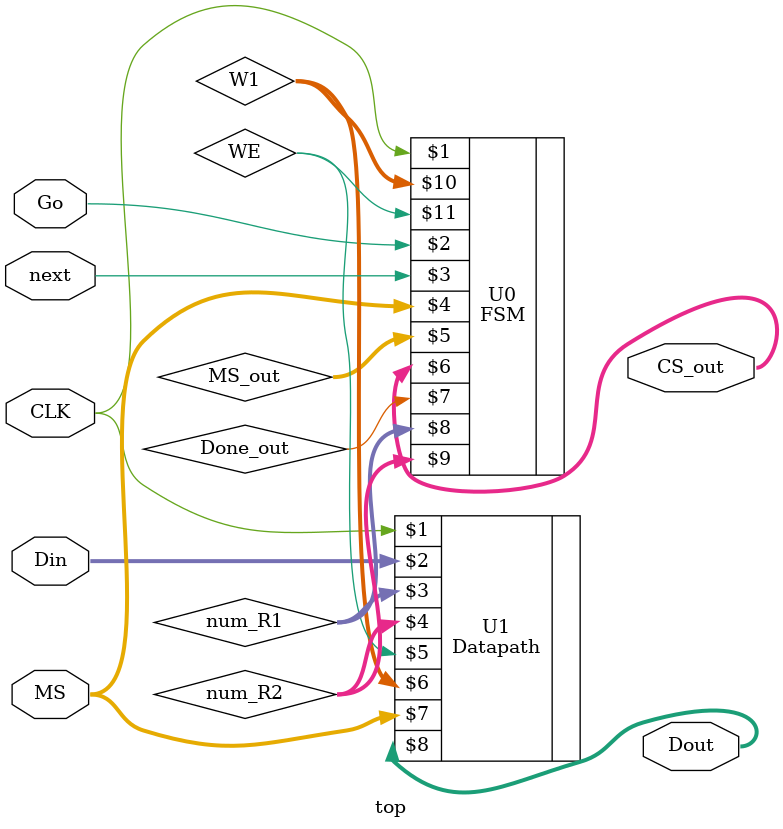
<source format=v>
`timescale 1ns / 1ps


module top(CLK, Din, Go, next, MS, CS_out, Dout

    );
    input CLK, Go, next;
    input[2:0] MS;
    input[15:0] Din;
    output reg[3:0] CS_out;
    output reg[15:0] Dout;
    
    wire Done_out, WE;
    wire[2:0] MS_out;
    wire[2:0] W1, num_R1, num_R2;
    
    FSM U0(CLK, Go, next, MS, MS_out, CS_out, Done_out, num_R1, num_R2, W1, WE);
    Datapath U1(CLK, Din, num_R1, num_R2, WE, W1, MS, Dout);
    
endmodule

</source>
